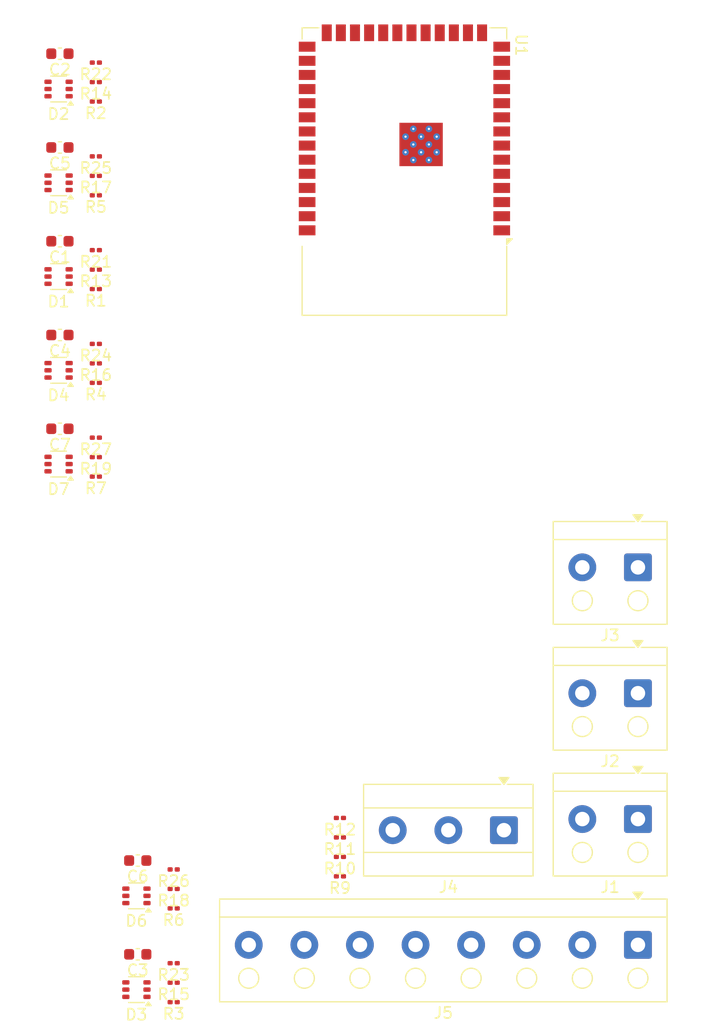
<source format=kicad_pcb>
(kicad_pcb (version 20241229) (generator "pcbnew") (generator_version "9.0")
  (layers (0 "F.Cu" signal) (2 "B.Cu" signal) (13 "F.Paste" user) (15 "B.Paste" user) (5 "F.SilkS" user "F.Silkscreen") (7 "B.SilkS" user "B.Silkscreen") (1 "F.Mask" user) (3 "B.Mask" user) (25 "Edge.Cuts" user))
  (net 0 "")
  (net 1 "GND")
  (net 2 "/board_principal/IMPUT_DIGITAL/OUT")
  (net 3 "/board_principal/IMPUT_DIGITAL1/OUT")
  (net 4 "/board_principal/IMPUT_DIGITAL2/OUT")
  (net 5 "/board_principal/IMPUT_DIGITAL3/OUT")
  (net 6 "/board_principal/IMPUT_DIGITAL4/OUT")
  (net 7 "/board_principal/IMPUT_DIGITAL5/OUT")
  (net 8 "/board_principal/IMPUT_DIGITAL6/OUT")
  (net 9 "/board_principal/LAMP-")
  (net 10 "/board_principal/LAMP+")
  (net 11 "/MA_POWER")
  (net 12 "/MC_POWER")
  (net 13 "VCC")
  (net 14 "/board_principal/RS-485-")
  (net 15 "/board_principal/RS-485+")
  (net 16 "/board_principal/BA")
  (net 17 "/board_principal/B_STOP")
  (net 18 "/board_principal/PP")
  (net 19 "/board_principal/LSA")
  (net 20 "/board_principal/BC")
  (net 21 "/board_principal/LSC")
  (net 22 "/board_principal/FTC")
  (net 23 "/board_principal/IMPUT_DIGITAL/IN")
  (net 24 "+3.3V")
  (net 25 "/board_principal/IMPUT_DIGITAL1/IN")
  (net 26 "/board_principal/DIP1")
  (net 27 "/board_principal/DIP2")
  (net 28 "/board_principal/DIP3")
  (net 29 "/board_principal/DIP4")
  (footprint "Resistor_SMD:R_0201_0603Metric" (layer "F.Cu") (at 112.40007 96.617767 180)
    (property "Reference" "R13" (at 0 -1.05 0) (layer "F.SilkS"))
    (property "Value" "100")
    (pad "1" smd roundrect (at -0.32 0 180) (size 0.46 0.4) (layers "F.Cu" "F.Mask") (net 2 "/board_principal/IMPUT_DIGITAL/OUT"))
    (pad "2" smd roundrect (at 0.32 0 180) (size 0.46 0.4) (layers "F.Cu" "F.Mask") (net 23 "/board_principal/IMPUT_DIGITAL/IN"))
  )
  (footprint "Resistor_SMD:R_0201_0603Metric" (layer "F.Cu") (at 112.40007 111.727767 180)
    (property "Reference" "R27" (at 0 -1.05 0) (layer "F.SilkS"))
    (property "Value" "10k")
    (pad "1" smd roundrect (at -0.32 0 180) (size 0.46 0.4) (layers "F.Cu" "F.Mask") (net 8 "/board_principal/IMPUT_DIGITAL6/OUT"))
    (pad "2" smd roundrect (at 0.32 0 180) (size 0.46 0.4) (layers "F.Cu" "F.Mask") (net 1 "GND"))
  )
  (footprint "Package_TO_SOT_SMD:SOT-363_SC-70-6" (layer "F.Cu") (at 109.05007 114.102767 180)
    (property "Reference" "D7" (at 0 -2.25 0) (layer "F.SilkS"))
    (property "Value" "PESD3V3L5UY")
    (fp_line (start -0.7 1.16) (end 0.7 1.16) (stroke (width 0.12)) (layer "F.SilkS"))
    (fp_line (start -0.71 -1.16) (end 0.7 -1.16) (stroke (width 0.12)) (layer "F.SilkS"))
    (fp_poly (pts (xy -1.08 -1.11) (xy -1.32 -1.44) (xy -0.84 -1.44) (xy -1.08 -1.11)) (stroke (width 0.12)) (fill yes) (layer "F.SilkS"))
    (pad "1" smd roundrect (at -0.95 -0.65 180) (size 0.65 0.4) (layers "F.Cu" "F.Mask" "F.Paste") (net 8 "/board_principal/IMPUT_DIGITAL6/OUT"))
    (pad "2" smd roundrect (at -0.95 0 180) (size 0.65 0.4) (layers "F.Cu" "F.Mask" "F.Paste") (net 1 "GND"))
    (pad "3" smd roundrect (at -0.95 0.65 180) (size 0.65 0.4) (layers "F.Cu" "F.Mask" "F.Paste"))
    (pad "4" smd roundrect (at 0.95 0.65 180) (size 0.65 0.4) (layers "F.Cu" "F.Mask" "F.Paste"))
    (pad "5" smd roundrect (at 0.95 0 180) (size 0.65 0.4) (layers "F.Cu" "F.Mask" "F.Paste"))
    (pad "6" smd roundrect (at 0.95 -0.65 180) (size 0.65 0.4) (layers "F.Cu" "F.Mask" "F.Paste"))
  )
  (footprint "Resistor_SMD:R_0201_0603Metric" (layer "F.Cu") (at 112.40007 89.937767 180)
    (property "Reference" "R5" (at 0 -1.05 0) (layer "F.SilkS"))
    (property "Value" "10k")
    (pad "1" smd roundrect (at -0.32 0 180) (size 0.46 0.4) (layers "F.Cu" "F.Mask") (net 24 "+3.3V"))
    (pad "2" smd roundrect (at 0.32 0 180) (size 0.46 0.4) (layers "F.Cu" "F.Mask") (net 20 "/board_principal/BC"))
  )
  (footprint "Capacitor_SMD:C_0603_1608Metric" (layer "F.Cu") (at 109.17007 102.497767 180)
    (property "Reference" "C4" (at 0 -1.43 0) (layer "F.SilkS"))
    (property "Value" "100nF")
    (fp_line (start -0.14058 0.51) (end 0.14058 0.51) (stroke (width 0.12)) (layer "F.SilkS"))
    (fp_line (start -0.14058 -0.51) (end 0.14058 -0.51) (stroke (width 0.12)) (layer "F.SilkS"))
    (pad "1" smd roundrect (at -0.775 0 180) (size 0.9 0.95) (layers "F.Cu" "F.Mask" "F.Paste") (net 5 "/board_principal/IMPUT_DIGITAL3/OUT"))
    (pad "2" smd roundrect (at 0.775 0 180) (size 0.9 0.95) (layers "F.Cu" "F.Mask" "F.Paste") (net 1 "GND"))
  )
  (footprint "Package_TO_SOT_SMD:SOT-363_SC-70-6" (layer "F.Cu") (at 109.05007 80.382767 180)
    (property "Reference" "D2" (at 0 -2.25 0) (layer "F.SilkS"))
    (property "Value" "PESD3V3L5UY")
    (fp_line (start -0.7 1.16) (end 0.7 1.16) (stroke (width 0.12)) (layer "F.SilkS"))
    (fp_line (start -0.71 -1.16) (end 0.7 -1.16) (stroke (width 0.12)) (layer "F.SilkS"))
    (fp_poly (pts (xy -1.08 -1.11) (xy -1.32 -1.44) (xy -0.84 -1.44) (xy -1.08 -1.11)) (stroke (width 0.12)) (fill yes) (layer "F.SilkS"))
    (pad "1" smd roundrect (at -0.95 -0.65 180) (size 0.65 0.4) (layers "F.Cu" "F.Mask" "F.Paste") (net 3 "/board_principal/IMPUT_DIGITAL1/OUT"))
    (pad "2" smd roundrect (at -0.95 0 180) (size 0.65 0.4) (layers "F.Cu" "F.Mask" "F.Paste") (net 1 "GND"))
    (pad "3" smd roundrect (at -0.95 0.65 180) (size 0.65 0.4) (layers "F.Cu" "F.Mask" "F.Paste"))
    (pad "4" smd roundrect (at 0.95 0.65 180) (size 0.65 0.4) (layers "F.Cu" "F.Mask" "F.Paste"))
    (pad "5" smd roundrect (at 0.95 0 180) (size 0.65 0.4) (layers "F.Cu" "F.Mask" "F.Paste"))
    (pad "6" smd roundrect (at 0.95 -0.65 180) (size 0.65 0.4) (layers "F.Cu" "F.Mask" "F.Paste"))
  )
  (footprint "RF_Module:ESP32-S3-WROOM-1" (layer "F.Cu") (at 140.15007 87.827767 180)
    (property "Reference" "U1" (at -10.5 11.4 270) (layer "F.SilkS"))
    (property "Value" "ESP32-S3-WROOM-1")
    (fp_line (start 9.2 12.95) (end 9.2 11.95) (stroke (width 0.12)) (layer "F.SilkS"))
    (fp_line (start 9.2 12.95) (end 7.7 12.95) (stroke (width 0.12)) (layer "F.SilkS"))
    (fp_line (start 9.2 -12.9) (end 9.2 -6.7) (stroke (width 0.12)) (layer "F.SilkS"))
    (fp_line (start -9.2 12.95) (end -7.7 12.95) (stroke (width 0.12)) (layer "F.SilkS"))
    (fp_line (start -9.2 11.95) (end -9.2 12.95) (stroke (width 0.12)) (layer "F.SilkS"))
    (fp_line (start -9.2 -12.9) (end 9.2 -12.9) (stroke (width 0.12)) (layer "F.SilkS"))
    (fp_line (start -9.2 -12.9) (end -9.2 -6.7) (stroke (width 0.12)) (layer "F.SilkS"))
    (fp_poly (pts (xy -9.2 -6.025) (xy -9.7 -6.025) (xy -9.2 -6.525) (xy -9.2 -6.025)) (stroke (width 0.12)) (fill yes) (layer "F.SilkS"))
    (pad "1" smd rect (at -8.75 -5.26 180) (size 1.5 0.9) (layers "F.Cu" "F.Mask" "F.Paste") (net 1 "GND"))
    (pad "2" smd rect (at -8.75 -3.99 180) (size 1.5 0.9) (layers "F.Cu" "F.Mask" "F.Paste") (net 24 "+3.3V"))
    (pad "3" smd rect (at -8.75 -2.72 180) (size 1.5 0.9) (layers "F.Cu" "F.Mask" "F.Paste"))
    (pad "4" smd rect (at -8.75 -1.45 180) (size 1.5 0.9) (layers "F.Cu" "F.Mask" "F.Paste"))
    (pad "5" smd rect (at -8.75 -0.18 180) (size 1.5 0.9) (layers "F.Cu" "F.Mask" "F.Paste"))
    (pad "6" smd rect (at -8.75 1.09 180) (size 1.5 0.9) (layers "F.Cu" "F.Mask" "F.Paste"))
    (pad "7" smd rect (at -8.75 2.36 180) (size 1.5 0.9) (layers "F.Cu" "F.Mask" "F.Paste"))
    (pad "8" smd rect (at -8.75 3.63 180) (size 1.5 0.9) (layers "F.Cu" "F.Mask" "F.Paste"))
    (pad "9" smd rect (at -8.75 4.9 180) (size 1.5 0.9) (layers "F.Cu" "F.Mask" "F.Paste"))
    (pad "10" smd rect (at -8.75 6.17 180) (size 1.5 0.9) (layers "F.Cu" "F.Mask" "F.Paste"))
    (pad "11" smd rect (at -8.75 7.44 180) (size 1.5 0.9) (layers "F.Cu" "F.Mask" "F.Paste"))
    (pad "12" smd rect (at -8.75 8.71 180) (size 1.5 0.9) (layers "F.Cu" "F.Mask" "F.Paste"))
    (pad "13" smd rect (at -8.75 9.98 180) (size 1.5 0.9) (layers "F.Cu" "F.Mask" "F.Paste"))
    (pad "14" smd rect (at -8.75 11.25) (size 1.5 0.9) (layers "F.Cu" "F.Mask" "F.Paste"))
    (pad "15" smd rect (at -6.985 12.5 90) (size 1.5 0.9) (layers "F.Cu" "F.Mask" "F.Paste"))
    (pad "16" smd rect (at -5.715 12.5 90) (size 1.5 0.9) (layers "F.Cu" "F.Mask" "F.Paste"))
    (pad "17" smd rect (at -4.445 12.5 90) (size 1.5 0.9) (layers "F.Cu" "F.Mask" "F.Paste"))
    (pad "18" smd rect (at -3.175 12.5 90) (size 1.5 0.9) (layers "F.Cu" "F.Mask" "F.Paste"))
    (pad "19" smd rect (at -1.905 12.5 90) (size 1.5 0.9) (layers "F.Cu" "F.Mask" "F.Paste"))
    (pad "20" smd rect (at -0.635 12.5 90) (size 1.5 0.9) (layers "F.Cu" "F.Mask" "F.Paste"))
    (pad "21" smd rect (at 0.635 12.5 90) (size 1.5 0.9) (layers "F.Cu" "F.Mask" "F.Paste"))
    (pad "22" smd rect (at 1.905 12.5 90) (size 1.5 0.9) (layers "F.Cu" "F.Mask" "F.Paste"))
    (pad "23" smd rect (at 3.175 12.5 90) (size 1.5 0.9) (layers "F.Cu" "F.Mask" "F.Paste"))
    (pad "24" smd rect (at 4.445 12.5 90) (size 1.5 0.9) (layers "F.Cu" "F.Mask" "F.Paste"))
    (pad "25" smd rect (at 5.715 12.5 90) (size 1.5 0.9) (layers "F.Cu" "F.Mask" "F.Paste"))
    (pad "26" smd rect (at 6.985 12.5 90) (size 1.5 0.9) (layers "F.Cu" "F.Mask" "F.Paste"))
    (pad "27" smd rect (at 8.75 11.25 180) (size 1.5 0.9) (layers "F.Cu" "F.Mask" "F.Paste"))
    (pad "28" smd rect (at 8.75 9.98 180) (size 1.5 0.9) (layers "F.Cu" "F.Mask" "F.Paste"))
    (pad "29" smd rect (at 8.75 8.71 180) (size 1.5 0.9) (layers "F.Cu" "F.Mask" "F.Paste"))
    (pad "30" smd rect (at 8.75 7.44 180) (size 1.5 0.9) (layers "F.Cu" "F.Mask" "F.Paste"))
    (pad "31" smd rect (at 8.75 6.17 180) (size 1.5 0.9) (layers "F.Cu" "F.Mask" "F.Paste"))
    (pad "32" smd rect (at 8.75 4.9 180) (size 1.5 0.9) (layers "F.Cu" "F.Mask" "F.Paste"))
    (pad "33" smd rect (at 8.75 3.63 180) (size 1.5 0.9) (layers "F.Cu" "F.Mask" "F.Paste"))
    (pad "34" smd rect (at 8.75 2.36 180) (size 1.5 0.9) (layers "F.Cu" "F.Mask" "F.Paste"))
    (pad "35" smd rect (at 8.75 1.09 180) (size 1.5 0.9) (layers "F.Cu" "F.Mask" "F.Paste"))
    (pad "36" smd rect (at 8.75 -0.18 180) (size 1.5 0.9) (layers "F.Cu" "F.Mask" "F.Paste"))
    (pad "37" smd rect (at 8.75 -1.45 180) (size 1.5 0.9) (layers "F.Cu" "F.Mask" "F.Paste"))
    (pad "38" smd rect (at 8.75 -2.72 180) (size 1.5 0.9) (layers "F.Cu" "F.Mask" "F.Paste"))
    (pad "39" smd rect (at 8.75 -3.99 180) (size 1.5 0.9) (layers "F.Cu" "F.Mask" "F.Paste"))
    (pad "40" smd rect (at 8.75 -5.26 180) (size 1.5 0.9) (layers "F.Cu" "F.Mask" "F.Paste") (net 1 "GND"))
    (pad "41" thru_hole circle (at -2.9 1.76 270) (size 0.6 0.6) (drill 0.2) (property pad_prop_heatsink) (layers "*.Cu" "F.Mask") (net 1 "GND"))
    (pad "41" thru_hole circle (at -2.9 3.16 180) (size 0.6 0.6) (drill 0.2) (property pad_prop_heatsink) (layers "*.Cu" "F.Mask") (net 1 "GND"))
    (pad "41" thru_hole circle (at -2.2 1.06 180) (size 0.6 0.6) (drill 0.2) (property pad_prop_heatsink) (layers "*.Cu" "F.Mask") (net 1 "GND"))
    (pad "41" thru_hole circle (at -2.2 2.46 180) (size 0.6 0.6) (drill 0.2) (property pad_prop_heatsink) (layers "*.Cu" "F.Mask") (net 1 "GND"))
    (pad "41" thru_hole circle (at -2.2 3.86 180) (size 0.6 0.6) (drill 0.2) (property pad_prop_heatsink) (layers "*.Cu" "F.Mask") (net 1 "GND"))
    (pad "41" thru_hole circle (at -1.5 1.76 180) (size 0.6 0.6) (drill 0.2) (property pad_prop_heatsink) (layers "*.Cu" "F.Mask") (net 1 "GND"))
    (pad "41" smd rect (at -1.5 2.46 90) (size 3.9 3.9) (property pad_prop_heatsink) (layers "F.Cu" "F.Mask") (net 1 "GND"))
    (pad "41" thru_hole circle (at -1.5 3.16 180) (size 0.6 0.6) (drill 0.2) (property pad_prop_heatsink) (layers "*.Cu" "F.Mask") (net 1 "GND"))
    (pad "41" thru_hole circle (at -0.8 1.06 180) (size 0.6 0.6) (drill 0.2) (property pad_prop_heatsink) (layers "*.Cu" "F.Mask") (net 1 "GND"))
    (pad "41" thru_hole circle (at -0.8 2.46 180) (size 0.6 0.6) (drill 0.2) (property pad_prop_heatsink) (layers "*.Cu" "F.Mask") (net 1 "GND"))
    (pad "41" thru_hole circle (at -0.8 3.86 180) (size 0.6 0.6) (drill 0.2) (property pad_prop_heatsink) (layers "*.Cu" "F.Mask") (net 1 "GND"))
    (pad "41" thru_hole circle (at -0.1 1.76 180) (size 0.6 0.6) (drill 0.2) (property pad_prop_heatsink) (layers "*.Cu" "F.Mask") (net 1 "GND"))
    (pad "41" thru_hole circle (at -0.1 3.16 180) (size 0.6 0.6) (drill 0.2) (property pad_prop_heatsink) (layers "*.Cu" "F.Mask") (net 1 "GND"))
  )
  (footprint "Resistor_SMD:R_0201_0603Metric" (layer "F.Cu") (at 119.40007 160.727767 180)
    (property "Reference" "R15" (at 0 -1.05 0) (layer "F.SilkS"))
    (property "Value" "100")
    (pad "1" smd roundrect (at -0.32 0 180) (size 0.46 0.4) (layers "F.Cu" "F.Mask") (net 4 "/board_principal/IMPUT_DIGITAL2/OUT"))
    (pad "2" smd roundrect (at 0.32 0 180) (size 0.46 0.4) (layers "F.Cu" "F.Mask") (net 18 "/board_principal/PP"))
  )
  (footprint "Resistor_SMD:R_0201_0603Metric" (layer "F.Cu") (at 112.40007 88.187767 180)
    (property "Reference" "R17" (at 0 -1.05 0) (layer "F.SilkS"))
    (property "Value" "100")
    (pad "1" smd roundrect (at -0.32 0 180) (size 0.46 0.4) (layers "F.Cu" "F.Mask") (net 6 "/board_principal/IMPUT_DIGITAL4/OUT"))
    (pad "2" smd roundrect (at 0.32 0 180) (size 0.46 0.4) (layers "F.Cu" "F.Mask") (net 20 "/board_principal/BC"))
  )
  (footprint "TerminalBlock_RND:TerminalBlock_RND_205-00001_1x02_P5.00mm_Horizontal" (layer "F.Cu") (at 161.15007 134.702767 180)
    (property "Reference" "J2" (at 2.5 -6.12 0) (layer "F.SilkS"))
    (property "Value" "Screw_Terminal_01x02")
    (fp_line (start 7.62 -5.12) (end 7.62 4.12) (stroke (width 0.12)) (layer "F.SilkS"))
    (fp_line (start 0.3 4.12) (end 7.62 4.12) (stroke (width 0.12)) (layer "F.SilkS"))
    (fp_line (start -2.62 4.12) (end -0.3 4.12) (stroke (width 0.12)) (layer "F.SilkS"))
    (fp_line (start -2.62 2.5) (end 7.62 2.5) (stroke (width 0.12)) (layer "F.SilkS"))
    (fp_line (start -2.62 -5.12) (end 7.62 -5.12) (stroke (width 0.12)) (layer "F.SilkS"))
    (fp_line (start -2.62 -5.12) (end -2.62 4.12) (stroke (width 0.12)) (layer "F.SilkS"))
    (fp_circle (center 5 -3) (end 5.9 -3) (stroke (width 0.12)) (fill no) (layer "F.SilkS"))
    (fp_circle (center 0 -3) (end 0.9 -3) (stroke (width 0.12)) (fill no) (layer "F.SilkS"))
    (fp_poly (pts (xy 0 4.12) (xy 0.44 4.73) (xy -0.44 4.73)) (stroke (width 0.12)) (fill yes) (layer "F.SilkS"))
    (pad "1" thru_hole roundrect (at 0 0 180) (size 2.5 2.5) (drill 1.3) (layers "*.Cu" "*.Mask") (roundrect_rratio 0.1) (net 11 "/MA_POWER"))
    (pad "2" thru_hole circle (at 5 0 180) (size 2.5 2.5) (drill 1.3) (layers "*.Cu" "*.Mask") (net 12 "/MC_POWER"))
  )
  (footprint "Package_TO_SOT_SMD:SOT-363_SC-70-6" (layer "F.Cu") (at 116.05007 152.922767 180)
    (property "Reference" "D6" (at 0 -2.25 0) (layer "F.SilkS"))
    (property "Value" "PESD3V3L5UY")
    (fp_line (start -0.7 1.16) (end 0.7 1.16) (stroke (width 0.12)) (layer "F.SilkS"))
    (fp_line (start -0.71 -1.16) (end 0.7 -1.16) (stroke (width 0.12)) (layer "F.SilkS"))
    (fp_poly (pts (xy -1.08 -1.11) (xy -1.32 -1.44) (xy -0.84 -1.44) (xy -1.08 -1.11)) (stroke (width 0.12)) (fill yes) (layer "F.SilkS"))
    (pad "1" smd roundrect (at -0.95 -0.65 180) (size 0.65 0.4) (layers "F.Cu" "F.Mask" "F.Paste") (net 7 "/board_principal/IMPUT_DIGITAL5/OUT"))
    (pad "2" smd roundrect (at -0.95 0 180) (size 0.65 0.4) (layers "F.Cu" "F.Mask" "F.Paste") (net 1 "GND"))
    (pad "3" smd roundrect (at -0.95 0.65 180) (size 0.65 0.4) (layers "F.Cu" "F.Mask" "F.Paste"))
    (pad "4" smd roundrect (at 0.95 0.65 180) (size 0.65 0.4) (layers "F.Cu" "F.Mask" "F.Paste"))
    (pad "5" smd roundrect (at 0.95 0 180) (size 0.65 0.4) (layers "F.Cu" "F.Mask" "F.Paste"))
    (pad "6" smd roundrect (at 0.95 -0.65 180) (size 0.65 0.4) (layers "F.Cu" "F.Mask" "F.Paste"))
  )
  (footprint "Package_TO_SOT_SMD:SOT-363_SC-70-6" (layer "F.Cu") (at 109.05007 105.672767 180)
    (property "Reference" "D4" (at 0 -2.25 0) (layer "F.SilkS"))
    (property "Value" "PESD3V3L5UY")
    (fp_line (start -0.7 1.16) (end 0.7 1.16) (stroke (width 0.12)) (layer "F.SilkS"))
    (fp_line (start -0.71 -1.16) (end 0.7 -1.16) (stroke (width 0.12)) (layer "F.SilkS"))
    (fp_poly (pts (xy -1.08 -1.11) (xy -1.32 -1.44) (xy -0.84 -1.44) (xy -1.08 -1.11)) (stroke (width 0.12)) (fill yes) (layer "F.SilkS"))
    (pad "1" smd roundrect (at -0.95 -0.65 180) (size 0.65 0.4) (layers "F.Cu" "F.Mask" "F.Paste") (net 5 "/board_principal/IMPUT_DIGITAL3/OUT"))
    (pad "2" smd roundrect (at -0.95 0 180) (size 0.65 0.4) (layers "F.Cu" "F.Mask" "F.Paste") (net 1 "GND"))
    (pad "3" smd roundrect (at -0.95 0.65 180) (size 0.65 0.4) (layers "F.Cu" "F.Mask" "F.Paste"))
    (pad "4" smd roundrect (at 0.95 0.65 180) (size 0.65 0.4) (layers "F.Cu" "F.Mask" "F.Paste"))
    (pad "5" smd roundrect (at 0.95 0 180) (size 0.65 0.4) (layers "F.Cu" "F.Mask" "F.Paste"))
    (pad "6" smd roundrect (at 0.95 -0.65 180) (size 0.65 0.4) (layers "F.Cu" "F.Mask" "F.Paste"))
  )
  (footprint "Package_TO_SOT_SMD:SOT-363_SC-70-6" (layer "F.Cu") (at 109.05007 88.812767 180)
    (property "Reference" "D5" (at 0 -2.25 0) (layer "F.SilkS"))
    (property "Value" "PESD3V3L5UY")
    (fp_line (start -0.7 1.16) (end 0.7 1.16) (stroke (width 0.12)) (layer "F.SilkS"))
    (fp_line (start -0.71 -1.16) (end 0.7 -1.16) (stroke (width 0.12)) (layer "F.SilkS"))
    (fp_poly (pts (xy -1.08 -1.11) (xy -1.32 -1.44) (xy -0.84 -1.44) (xy -1.08 -1.11)) (stroke (width 0.12)) (fill yes) (layer "F.SilkS"))
    (pad "1" smd roundrect (at -0.95 -0.65 180) (size 0.65 0.4) (layers "F.Cu" "F.Mask" "F.Paste") (net 6 "/board_principal/IMPUT_DIGITAL4/OUT"))
    (pad "2" smd roundrect (at -0.95 0 180) (size 0.65 0.4) (layers "F.Cu" "F.Mask" "F.Paste") (net 1 "GND"))
    (pad "3" smd roundrect (at -0.95 0.65 180) (size 0.65 0.4) (layers "F.Cu" "F.Mask" "F.Paste"))
    (pad "4" smd roundrect (at 0.95 0.65 180) (size 0.65 0.4) (layers "F.Cu" "F.Mask" "F.Paste"))
    (pad "5" smd roundrect (at 0.95 0 180) (size 0.65 0.4) (layers "F.Cu" "F.Mask" "F.Paste"))
    (pad "6" smd roundrect (at 0.95 -0.65 180) (size 0.65 0.4) (layers "F.Cu" "F.Mask" "F.Paste"))
  )
  (footprint "Resistor_SMD:R_0201_0603Metric" (layer "F.Cu") (at 134.35007 149.417767 180)
    (property "Reference" "R10" (at 0 -1.05 0) (layer "F.SilkS"))
    (property "Value" "22K")
    (pad "1" smd roundrect (at -0.32 0 180) (size 0.46 0.4) (layers "F.Cu" "F.Mask") (net 24 "+3.3V"))
    (pad "2" smd roundrect (at 0.32 0 180) (size 0.46 0.4) (layers "F.Cu" "F.Mask") (net 27 "/board_principal/DIP2"))
  )
  (footprint "Resistor_SMD:R_0201_0603Metric" (layer "F.Cu") (at 112.40007 79.757767 180)
    (property "Reference" "R14" (at 0 -1.05 0) (layer "F.SilkS"))
    (property "Value" "100")
    (pad "1" smd roundrect (at -0.32 0 180) (size 0.46 0.4) (layers "F.Cu" "F.Mask") (net 3 "/board_principal/IMPUT_DIGITAL1/OUT"))
    (pad "2" smd roundrect (at 0.32 0 180) (size 0.46 0.4) (layers "F.Cu" "F.Mask") (net 25 "/board_principal/IMPUT_DIGITAL1/IN"))
  )
  (footprint "Resistor_SMD:R_0201_0603Metric" (layer "F.Cu") (at 112.40007 103.297767 180)
    (property "Reference" "R24" (at 0 -1.05 0) (layer "F.SilkS"))
    (property "Value" "10k")
    (pad "1" smd roundrect (at -0.32 0 180) (size 0.46 0.4) (layers "F.Cu" "F.Mask") (net 5 "/board_principal/IMPUT_DIGITAL3/OUT"))
    (pad "2" smd roundrect (at 0.32 0 180) (size 0.46 0.4) (layers "F.Cu" "F.Mask") (net 1 "GND"))
  )
  (footprint "Resistor_SMD:R_0201_0603Metric" (layer "F.Cu") (at 119.40007 162.477767 180)
    (property "Reference" "R3" (at 0 -1.05 0) (layer "F.SilkS"))
    (property "Value" "10k")
    (pad "1" smd roundrect (at -0.32 0 180) (size 0.46 0.4) (layers "F.Cu" "F.Mask") (net 24 "+3.3V"))
    (pad "2" smd roundrect (at 0.32 0 180) (size 0.46 0.4) (layers "F.Cu" "F.Mask") (net 18 "/board_principal/PP"))
  )
  (footprint "Capacitor_SMD:C_0603_1608Metric" (layer "F.Cu") (at 109.17007 110.927767 180)
    (property "Reference" "C7" (at 0 -1.43 0) (layer "F.SilkS"))
    (property "Value" "100nF")
    (fp_line (start -0.14058 0.51) (end 0.14058 0.51) (stroke (width 0.12)) (layer "F.SilkS"))
    (fp_line (start -0.14058 -0.51) (end 0.14058 -0.51) (stroke (width 0.12)) (layer "F.SilkS"))
    (pad "1" smd roundrect (at -0.775 0 180) (size 0.9 0.95) (layers "F.Cu" "F.Mask" "F.Paste") (net 8 "/board_principal/IMPUT_DIGITAL6/OUT"))
    (pad "2" smd roundrect (at 0.775 0 180) (size 0.9 0.95) (layers "F.Cu" "F.Mask" "F.Paste") (net 1 "GND"))
  )
  (footprint "Resistor_SMD:R_0201_0603Metric" (layer "F.Cu") (at 134.35007 151.167767 180)
    (property "Reference" "R9" (at 0 -1.05 0) (layer "F.SilkS"))
    (property "Value" "22K")
    (pad "1" smd roundrect (at -0.32 0 180) (size 0.46 0.4) (layers "F.Cu" "F.Mask") (net 24 "+3.3V"))
    (pad "2" smd roundrect (at 0.32 0 180) (size 0.46 0.4) (layers "F.Cu" "F.Mask") (net 26 "/board_principal/DIP1"))
  )
  (footprint "Capacitor_SMD:C_0603_1608Metric" (layer "F.Cu") (at 109.17007 85.637767 180)
    (property "Reference" "C5" (at 0 -1.43 0) (layer "F.SilkS"))
    (property "Value" "100nF")
    (fp_line (start -0.14058 0.51) (end 0.14058 0.51) (stroke (width 0.12)) (layer "F.SilkS"))
    (fp_line (start -0.14058 -0.51) (end 0.14058 -0.51) (stroke (width 0.12)) (layer "F.SilkS"))
    (pad "1" smd roundrect (at -0.775 0 180) (size 0.9 0.95) (layers "F.Cu" "F.Mask" "F.Paste") (net 6 "/board_principal/IMPUT_DIGITAL4/OUT"))
    (pad "2" smd roundrect (at 0.775 0 180) (size 0.9 0.95) (layers "F.Cu" "F.Mask" "F.Paste") (net 1 "GND"))
  )
  (footprint "Resistor_SMD:R_0201_0603Metric" (layer "F.Cu") (at 134.35007 145.917767 180)
    (property "Reference" "R12" (at 0 -1.05 0) (layer "F.SilkS"))
    (property "Value" "22K")
    (pad "1" smd roundrect (at -0.32 0 180) (size 0.46 0.4) (layers "F.Cu" "F.Mask") (net 24 "+3.3V"))
    (pad "2" smd roundrect (at 0.32 0 180) (size 0.46 0.4) (layers "F.Cu" "F.Mask") (net 29 "/board_principal/DIP4"))
  )
  (footprint "Capacitor_SMD:C_0603_1608Metric" (layer "F.Cu") (at 109.17007 77.207767 180)
    (property "Reference" "C2" (at 0 -1.43 0) (layer "F.SilkS"))
    (property "Value" "100nF")
    (fp_line (start -0.14058 0.51) (end 0.14058 0.51) (stroke (width 0.12)) (layer "F.SilkS"))
    (fp_line (start -0.14058 -0.51) (end 0.14058 -0.51) (stroke (width 0.12)) (layer "F.SilkS"))
    (pad "1" smd roundrect (at -0.775 0 180) (size 0.9 0.95) (layers "F.Cu" "F.Mask" "F.Paste") (net 3 "/board_principal/IMPUT_DIGITAL1/OUT"))
    (pad "2" smd roundrect (at 0.775 0 180) (size 0.9 0.95) (layers "F.Cu" "F.Mask" "F.Paste") (net 1 "GND"))
  )
  (footprint "TerminalBlock_MetzConnect:TerminalBlock_MetzConnect_Type055_RT01503HDWU_1x03_P5.00mm_Horizontal" (layer "F.Cu") (at 149.10007 147.017767 180)
    (property "Reference" "J4" (at 5 -5.12 0) (layer "F.SilkS"))
    (property "Value" "Screw_Terminal_01x03")
    (fp_line (start 12.62 -4.12) (end 12.62 4.12) (stroke (width 0.12)) (layer "F.SilkS"))
    (fp_line (start 0.3 4.12) (end 12.62 4.12) (stroke (width 0.12)) (layer "F.SilkS"))
    (fp_line (start -2.62 4.12) (end -0.3 4.12) (stroke (width 0.12)) (layer "F.SilkS"))
    (fp_line (start -2.62 2) (end 12.62 2) (stroke (width 0.12)) (layer "F.SilkS"))
    (fp_line (start -2.62 -2) (end 12.62 -2) (stroke (width 0.12)) (layer "F.SilkS"))
    (fp_line (start -2.62 -4.12) (end 12.62 -4.12) (stroke (width 0.12)) (layer "F.SilkS"))
    (fp_line (start -2.62 -4.12) (end -2.62 4.12) (stroke (width 0.12)) (layer "F.SilkS"))
    (fp_poly (pts (xy 0 4.12) (xy 0.44 4.73) (xy -0.44 4.73)) (stroke (width 0.12)) (fill yes) (layer "F.SilkS"))
    (pad "1" thru_hole roundrect (at 0 0 180) (size 2.5 2.5) (drill 1.3) (layers "*.Cu" "*.Mask") (roundrect_rratio 0.1) (net 15 "/board_principal/RS-485+"))
    (pad "2" thru_hole circle (at 5 0 180) (size 2.5 2.5) (drill 1.3) (layers "*.Cu" "*.Mask") (net 1 "GND"))
    (pad "3" thru_hole circle (at 10 0 180) (size 2.5 2.5) (drill 1.3) (layers "*.Cu" "*.Mask") (net 14 "/board_principal/RS-485-"))
  )
  (footprint "Resistor_SMD:R_0201_0603Metric" (layer "F.Cu") (at 112.40007 94.867767 180)
    (property "Reference" "R21" (at 0 -1.05 0) (layer "F.SilkS"))
    (property "Value" "10k")
    (pad "1" smd roundrect (at -0.32 0 180) (size 0.46 0.4) (layers "F.Cu" "F.Mask") (net 2 "/board_principal/IMPUT_DIGITAL/OUT"))
    (pad "2" smd roundrect (at 0.32 0 180) (size 0.46 0.4) (layers "F.Cu" "F.Mask") (net 1 "GND"))
  )
  (footprint "Capacitor_SMD:C_0603_1608Metric" (layer "F.Cu") (at 116.17007 149.747767 180)
    (property "Reference" "C6" (at 0 -1.43 0) (layer "F.SilkS"))
    (property "Value" "100nF")
    (fp_line (start -0.14058 0.51) (end 0.14058 0.51) (stroke (width 0.12)) (layer "F.SilkS"))
    (fp_line (start -0.14058 -0.51) (end 0.14058 -0.51) (stroke (width 0.12)) (layer "F.SilkS"))
    (pad "1" smd roundrect (at -0.775 0 180) (size 0.9 0.95) (layers "F.Cu" "F.Mask" "F.Paste") (net 7 "/board_principal/IMPUT_DIGITAL5/OUT"))
    (pad "2" smd roundrect (at 0.775 0 180) (size 0.9 0.95) (layers "F.Cu" "F.Mask" "F.Paste") (net 1 "GND"))
  )
  (footprint "Capacitor_SMD:C_0603_1608Metric" (layer "F.Cu") (at 116.17007 158.177767 180)
    (property "Reference" "C3" (at 0 -1.43 0) (layer "F.SilkS"))
    (property "Value" "100nF")
    (fp_line (start -0.14058 0.51) (end 0.14058 0.51) (stroke (width 0.12)) (layer "F.SilkS"))
    (fp_line (start -0.14058 -0.51) (end 0.14058 -0.51) (stroke (width 0.12)) (layer "F.SilkS"))
    (pad "1" smd roundrect (at -0.775 0 180) (size 0.9 0.95) (layers "F.Cu" "F.Mask" "F.Paste") (net 4 "/board_principal/IMPUT_DIGITAL2/OUT"))
    (pad "2" smd roundrect (at 0.775 0 180) (size 0.9 0.95) (layers "F.Cu" "F.Mask" "F.Paste") (net 1 "GND"))
  )
  (footprint "Resistor_SMD:R_0201_0603Metric" (layer "F.Cu") (at 119.40007 154.047767 180)
    (property "Reference" "R6" (at 0 -1.05 0) (layer "F.SilkS"))
    (property "Value" "10k")
    (pad "1" smd roundrect (at -0.32 0 180) (size 0.46 0.4) (layers "F.Cu" "F.Mask") (net 24 "+3.3V"))
    (pad "2" smd roundrect (at 0.32 0 180) (size 0.46 0.4) (layers "F.Cu" "F.Mask") (net 17 "/board_principal/B_STOP"))
  )
  (footprint "Resistor_SMD:R_0201_0603Metric" (layer "F.Cu") (at 112.40007 105.047767 180)
    (property "Reference" "R16" (at 0 -1.05 0) (layer "F.SilkS"))
    (property "Value" "100")
    (pad "1" smd roundrect (at -0.32 0 180) (size 0.46 0.4) (layers "F.Cu" "F.Mask") (net 5 "/board_principal/IMPUT_DIGITAL3/OUT"))
    (pad "2" smd roundrect (at 0.32 0 180) (size 0.46 0.4) (layers "F.Cu" "F.Mask") (net 16 "/board_principal/BA"))
  )
  (footprint "Resistor_SMD:R_0201_0603Metric" (layer "F.Cu") (at 134.35007 147.667767 180)
    (property "Reference" "R11" (at 0 -1.05 0) (layer "F.SilkS"))
    (property "Value" "22K")
    (pad "1" smd roundrect (at -0.32 0 180) (size 0.46 0.4) (layers "F.Cu" "F.Mask") (net 24 "+3.3V"))
    (pad "2" smd roundrect (at 0.32 0 180) (size 0.46 0.4) (layers "F.Cu" "F.Mask") (net 28 "/board_principal/DIP3"))
  )
  (footprint "Resistor_SMD:R_0201_0603Metric" (layer "F.Cu") (at 112.40007 98.367767 180)
    (property "Reference" "R1" (at 0 -1.05 0) (layer "F.SilkS"))
    (property "Value" "10k")
    (pad "1" smd roundrect (at -0.32 0 180) (size 0.46 0.4) (layers "F.Cu" "F.Mask") (net 24 "+3.3V"))
    (pad "2" smd roundrect (at 0.32 0 180) (size 0.46 0.4) (layers "F.Cu" "F.Mask") (net 23 "/board_principal/IMPUT_DIGITAL/IN"))
  )
  (footprint "Capacitor_SMD:C_0603_1608Metric" (layer "F.Cu") (at 109.17007 94.067767 180)
    (property "Reference" "C1" (at 0 -1.43 0) (layer "F.SilkS"))
    (property "Value" "100nF")
    (fp_line (start -0.14058 0.51) (end 0.14058 0.51) (stroke (width 0.12)) (layer "F.SilkS"))
    (fp_line (start -0.14058 -0.51) (end 0.14058 -0.51) (stroke (width 0.12)) (layer "F.SilkS"))
    (pad "1" smd roundrect (at -0.775 0 180) (size 0.9 0.95) (layers "F.Cu" "F.Mask" "F.Paste") (net 2 "/board_principal/IMPUT_DIGITAL/OUT"))
    (pad "2" smd roundrect (at 0.775 0 180) (size 0.9 0.95) (layers "F.Cu" "F.Mask" "F.Paste") (net 1 "GND"))
  )
  (footprint "Resistor_SMD:R_0201_0603Metric" (layer "F.Cu") (at 112.40007 115.227767 180)
    (property "Reference" "R7" (at 0 -1.05 0) (layer "F.SilkS"))
    (property "Value" "10k")
    (pad "1" smd roundrect (at -0.32 0 180) (size 0.46 0.4) (layers "F.Cu" "F.Mask") (net 24 "+3.3V"))
    (pad "2" smd roundrect (at 0.32 0 180) (size 0.46 0.4) (layers "F.Cu" "F.Mask") (net 22 "/board_principal/FTC"))
  )
  (footprint "Resistor_SMD:R_0201_0603Metric" (layer "F.Cu") (at 119.40007 150.547767 180)
    (property "Reference" "R26" (at 0 -1.05 0) (layer "F.SilkS"))
    (property "Value" "10k")
    (pad "1" smd roundrect (at -0.32 0 180) (size 0.46 0.4) (layers "F.Cu" "F.Mask") (net 7 "/board_principal/IMPUT_DIGITAL5/OUT"))
    (pad "2" smd roundrect (at 0.32 0 180) (size 0.46 0.4) (layers "F.Cu" "F.Mask") (net 1 "GND"))
  )
  (footprint "Resistor_SMD:R_0201_0603Metric" (layer "F.Cu") (at 112.40007 113.477767 180)
    (property "Reference" "R19" (at 0 -1.05 0) (layer "F.SilkS"))
    (property "Value" "100")
    (pad "1" smd roundrect (at -0.32 0 180) (size 0.46 0.4) (layers "F.Cu" "F.Mask") (net 8 "/board_principal/IMPUT_DIGITAL6/OUT"))
    (pad "2" smd roundrect (at 0.32 0 180) (size 0.46 0.4) (layers "F.Cu" "F.Mask") (net 22 "/board_principal/FTC"))
  )
  (footprint "TerminalBlock_RND:TerminalBlock_RND_205-00001_1x02_P5.00mm_Horizontal" (layer "F.Cu") (at 161.15007 123.387767 180)
    (property "Reference" "J3" (at 2.5 -6.12 0) (layer "F.SilkS"))
    (property "Value" "Screw_Terminal_01x02")
    (fp_line (start 7.62 -5.12) (end 7.62 4.12) (stroke (width 0.12)) (layer "F.SilkS"))
    (fp_line (start 0.3 4.12) (end 7.62 4.12) (stroke (width 0.12)) (layer "F.SilkS"))
    (fp_line (start -2.62 4.12) (end -0.3 4.12) (stroke (width 0.12)) (layer "F.SilkS"))
    (fp_line (start -2.62 2.5) (end 7.62 2.5) (stroke (width 0.12)) (layer "F.SilkS"))
    (fp_line (start -2.62 -5.12) (end 7.62 -5.12) (stroke (width 0.12)) (layer "F.SilkS"))
    (fp_line (start -2.62 -5.12) (end -2.62 4.12) (stroke (width 0.12)) (layer "F.SilkS"))
    (fp_circle (center 5 -3) (end 5.9 -3) (stroke (width 0.12)) (fill no) (layer "F.SilkS"))
    (fp_circle (center 0 -3) (end 0.9 -3) (stroke (width 0.12)) (fill no) (layer "F.SilkS"))
    (fp_poly (pts (xy 0 4.12) (xy 0.44 4.73) (xy -0.44 4.73)) (stroke (width 0.12)) (fill yes) (layer "F.SilkS"))
    (pad "1" thru_hole roundrect (at 0 0 180) (size 2.5 2.5) (drill 1.3) (layers "*.Cu" "*.Mask") (roundrect_rratio 0.1) (net 13 "VCC"))
    (pad "2" thru_hole circle (at 5 0 180) (size 2.5 2.5) (drill 1.3) (layers "*.Cu" "*.Mask") (net 1 "GND"))
  )
  (footprint "Resistor_SMD:R_0201_0603Metric" (layer "F.Cu") (at 112.40007 81.507767 180)
    (property "Reference" "R2" (at 0 -1.05 0) (layer "F.SilkS"))
    (property "Value" "10k")
    (pad "1" smd roundrect (at -0.32 0 180) (size 0.46 0.4) (layers "F.Cu" "F.Mask") (net 24 "+3.3V"))
    (pad "2" smd roundrect (at 0.32 0 180) (size 0.46 0.4) (layers "F.Cu" "F.Mask") (net 25 "/board_principal/IMPUT_DIGITAL1/IN"))
  )
  (footprint "Resistor_SMD:R_0201_0603Metric" (layer "F.Cu") (at 112.40007 78.007767 180)
    (property "Reference" "R22" (at 0 -1.05 0) (layer "F.SilkS"))
    (property "Value" "10k")
    (pad "1" smd roundrect (at -0.32 0 180) (size 0.46 0.4) (layers "F.Cu" "F.Mask") (net 3 "/board_principal/IMPUT_DIGITAL1/OUT"))
    (pad "2" smd roundrect (at 0.32 0 180) (size 0.46 0.4) (layers "F.Cu" "F.Mask") (net 1 "GND"))
  )
  (footprint "TerminalBlock_RND:TerminalBlock_RND_205-00007_1x08_P5.00mm_Horizontal" (layer "F.Cu") (at 161.15007 157.327767 180)
    (property "Reference" "J5" (at 17.5 -6.12 0) (layer "F.SilkS"))
    (property "Value" "Screw_Terminal_01x08")
    (fp_line (start 37.62 -5.12) (end 37.62 4.12) (stroke (width 0.12)) (layer "F.SilkS"))
    (fp_line (start 0.3 4.12) (end 37.62 4.12) (stroke (width 0.12)) (layer "F.SilkS"))
    (fp_line (start -2.62 4.12) (end -0.3 4.12) (stroke (width 0.12)) (layer "F.SilkS"))
    (fp_line (start -2.62 2.5) (end 37.62 2.5) (stroke (width 0.12)) (layer "F.SilkS"))
    (fp_line (start -2.62 -5.12) (end 37.62 -5.12) (stroke (width 0.12)) (layer "F.SilkS"))
    (fp_line (start -2.62 -5.12) (end -2.62 4.12) (stroke (width 0.12)) (layer "F.SilkS"))
    (fp_circle (center 35 -3) (end 35.9 -3) (stroke (width 0.12)) (fill no) (layer "F.SilkS"))
    (fp_circle (center 30 -3) (end 30.9 -3) (stroke (width 0.12)) (fill no) (layer "F.SilkS"))
    (fp_circle (center 25 -3) (end 25.9 -3) (stroke (width 0.12)) (fill no) (layer "F.SilkS"))
    (fp_circle (center 20 -3) (end 20.9 -3) (stroke (width 0.12)) (fill no) (layer "F.SilkS"))
    (fp_circle (center 15 -3) (end 15.9 -3) (stroke (width 0.12)) (fill no) (layer "F.SilkS"))
    (fp_circle (center 10 -3) (end 10.9 -3) (stroke (width 0.12)) (fill no) (layer "F.SilkS"))
    (fp_circle (center 5 -3) (end 5.9 -3) (stroke (width 0.12)) (fill no) (layer "F.SilkS"))
    (fp_circle (center 0 -3) (end 0.9 -3) (stroke (width 0.12)) (fill no) (layer "F.SilkS"))
    (fp_poly (pts (xy 0 4.12) (xy 0.44 4.73) (xy -0.44 4.73)) (stroke (width 0.12)) (fill yes) (layer "F.SilkS"))
    (pad "1" thru_hole roundrect (at 0 0 180) (size 2.5 2.5) (drill 1.3) (layers "*.Cu" "*.Mask") (roundrect_rratio 0.1) (net 22 "/board_principal/FTC"))
    (pad "2" thru_hole circle (at 5 0 180) (size 2.5 2.5) (drill 1.3) (layers "*.Cu" "*.Mask") (net 17 "/board_principal/B_STOP"))
    (pad "3" thru_hole circle (at 10 0 180) (size 2.5 2.5) (drill 1.3) (layers "*.Cu" "*.Mask") (net 20 "/board_principal/BC"))
    (pad "4" thru_hole circle (at 15 0 180) (size 2.5 2.5) (drill 1.3) (layers "*.Cu" "*.Mask") (net 16 "/board_principal/BA"))
    (pad "5" thru_hole circle (at 20 0 180) (size 2.5 2.5) (drill 1.3) (layers "*.Cu" "*.Mask") (net 18 "/board_principal/PP"))
    (pad "6" thru_hole circle (at 25 0 180) (size 2.5 2.5) (drill 1.3) (layers "*.Cu" "*.Mask") (net 21 "/board_principal/LSC"))
    (pad "7" thru_hole circle (at 30 0 180) (size 2.5 2.5) (drill 1.3) (layers "*.Cu" "*.Mask") (net 19 "/board_principal/LSA"))
    (pad "8" thru_hole circle (at 35 0 180) (size 2.5 2.5) (drill 1.3) (layers "*.Cu" "*.Mask") (net 1 "GND"))
  )
  (footprint "Resistor_SMD:R_0201_0603Metric" (layer "F.Cu") (at 112.40007 86.437767 180)
    (property "Reference" "R25" (at 0 -1.05 0) (layer "F.SilkS"))
    (property "Value" "10k")
    (pad "1" smd roundrect (at -0.32 0 180) (size 0.46 0.4) (layers "F.Cu" "F.Mask") (net 6 "/board_principal/IMPUT_DIGITAL4/OUT"))
    (pad "2" smd roundrect (at 0.32 0 180) (size 0.46 0.4) (layers "F.Cu" "F.Mask") (net 1 "GND"))
  )
  (footprint "Package_TO_SOT_SMD:SOT-363_SC-70-6" (layer "F.Cu") (at 116.05007 161.352767 180)
    (property "Reference" "D3" (at 0 -2.25 0) (layer "F.SilkS"))
    (property "Value" "PESD3V3L5UY")
    (fp_line (start -0.7 1.16) (end 0.7 1.16) (stroke (width 0.12)) (layer "F.SilkS"))
    (fp_line (start -0.71 -1.16) (end 0.7 -1.16) (stroke (width 0.12)) (layer "F.SilkS"))
    (fp_poly (pts (xy -1.08 -1.11) (xy -1.32 -1.44) (xy -0.84 -1.44) (xy -1.08 -1.11)) (stroke (width 0.12)) (fill yes) (layer "F.SilkS"))
    (pad "1" smd roundrect (at -0.95 -0.65 180) (size 0.65 0.4) (layers "F.Cu" "F.Mask" "F.Paste") (net 4 "/board_principal/IMPUT_DIGITAL2/OUT"))
    (pad "2" smd roundrect (at -0.95 0 180) (size 0.65 0.4) (layers "F.Cu" "F.Mask" "F.Paste") (net 1 "GND"))
    (pad "3" smd roundrect (at -0.95 0.65 180) (size 0.65 0.4) (layers "F.Cu" "F.Mask" "F.Paste"))
    (pad "4" smd roundrect (at 0.95 0.65 180) (size 0.65 0.4) (layers "F.Cu" "F.Mask" "F.Paste"))
    (pad "5" smd roundrect (at 0.95 0 180) (size 0.65 0.4) (layers "F.Cu" "F.Mask" "F.Paste"))
    (pad "6" smd roundrect (at 0.95 -0.65 180) (size 0.65 0.4) (layers "F.Cu" "F.Mask" "F.Paste"))
  )
  (footprint "TerminalBlock_RND:TerminalBlock_RND_205-00001_1x02_P5.00mm_Horizontal" (layer "F.Cu") (at 161.15007 146.017767 180)
    (property "Reference" "J1" (at 2.5 -6.12 0) (layer "F.SilkS"))
    (property "Value" "Screw_Terminal_01x02")
    (fp_line (start 7.62 -5.12) (end 7.62 4.12) (stroke (width 0.12)) (layer "F.SilkS"))
    (fp_line (start 0.3 4.12) (end 7.62 4.12) (stroke (width 0.12)) (layer "F.SilkS"))
    (fp_line (start -2.62 4.12) (end -0.3 4.12) (stroke (width 0.12)) (layer "F.SilkS"))
    (fp_line (start -2.62 2.5) (end 7.62 2.5) (stroke (width 0.12)) (layer "F.SilkS"))
    (fp_line (start -2.62 -5.12) (end 7.62 -5.12) (stroke (width 0.12)) (layer "F.SilkS"))
    (fp_line (start -2.62 -5.12) (end -2.62 4.12) (stroke (width 0.12)) (layer "F.SilkS"))
    (fp_circle (center 5 -3) (end 5.9 -3) (stroke (width 0.12)) (fill no) (layer "F.SilkS"))
    (fp_circle (center 0 -3) (end 0.9 -3) (stroke (width 0.12)) (fill no) (layer "F.SilkS"))
    (fp_poly (pts (xy 0 4.12) (xy 0.44 4.73) (xy -0.44 4.73)) (stroke (width 0.12)) (fill yes) (layer "F.SilkS"))
    (pad "1" thru_hole roundrect (at 0 0 180) (size 2.5 2.5) (drill 1.3) (layers "*.Cu" "*.Mask") (roundrect_rratio 0.1) (net 10 "/board_principal/LAMP+"))
    (pad "2" thru_hole circle (at 5 0 180) (size 2.5 2.5) (drill 1.3) (layers "*.Cu" "*.Mask") (net 9 "/board_principal/LAMP-"))
  )
  (footprint "Package_TO_SOT_SMD:SOT-363_SC-70-6" (layer "F.Cu") (at 109.05007 97.242767 180)
    (property "Reference" "D1" (at 0 -2.25 0) (layer "F.SilkS"))
    (property "Value" "PESD3V3L5UY")
    (fp_line (start -0.7 1.16) (end 0.7 1.16) (stroke (width 0.12)) (layer "F.SilkS"))
    (fp_line (start -0.71 -1.16) (end 0.7 -1.16) (stroke (width 0.12)) (layer "F.SilkS"))
    (fp_poly (pts (xy -1.08 -1.11) (xy -1.32 -1.44) (xy -0.84 -1.44) (xy -1.08 -1.11)) (stroke (width 0.12)) (fill yes) (layer "F.SilkS"))
    (pad "1" smd roundrect (at -0.95 -0.65 180) (size 0.65 0.4) (layers "F.Cu" "F.Mask" "F.Paste") (net 2 "/board_principal/IMPUT_DIGITAL/OUT"))
    (pad "2" smd roundrect (at -0.95 0 180) (size 0.65 0.4) (layers "F.Cu" "F.Mask" "F.Paste") (net 1 "GND"))
    (pad "3" smd roundrect (at -0.95 0.65 180) (size 0.65 0.4) (layers "F.Cu" "F.Mask" "F.Paste"))
    (pad "4" smd roundrect (at 0.95 0.65 180) (size 0.65 0.4) (layers "F.Cu" "F.Mask" "F.Paste"))
    (pad "5" smd roundrect (at 0.95 0 180) (size 0.65 0.4) (layers "F.Cu" "F.Mask" "F.Paste"))
    (pad "6" smd roundrect (at 0.95 -0.65 180) (size 0.65 0.4) (layers "F.Cu" "F.Mask" "F.Paste"))
  )
  (footprint "Resistor_SMD:R_0201_0603Metric" (layer "F.Cu") (at 119.40007 152.297767 180)
    (property "Reference" "R18" (at 0 -1.05 0) (layer "F.SilkS"))
    (property "Value" "100")
    (pad "1" smd roundrect (at -0.32 0 180) (size 0.46 0.4) (layers "F.Cu" "F.Mask") (net 7 "/board_principal/IMPUT_DIGITAL5/OUT"))
    (pad "2" smd roundrect (at 0.32 0 180) (size 0.46 0.4) (layers "F.Cu" "F.Mask") (net 17 "/board_principal/B_STOP"))
  )
  (footprint "Resistor_SMD:R_0201_0603Metric" (layer "F.Cu") (at 119.40007 158.977767 180)
    (property "Reference" "R23" (at 0 -1.05 0) (layer "F.SilkS"))
    (property "Value" "10k")
    (pad "1" smd roundrect (at -0.32 0 180) (size 0.46 0.4) (layers "F.Cu" "F.Mask") (net 4 "/board_principal/IMPUT_DIGITAL2/OUT"))
    (pad "2" smd roundrect (at 0.32 0 180) (size 0.46 0.4) (layers "F.Cu" "F.Mask") (net 1 "GND"))
  )
  (footprint "Resistor_SMD:R_0201_0603Metric" (layer "F.Cu") (at 112.40007 106.797767 180)
    (property "Reference" "R4" (at 0 -1.05 0) (layer "F.SilkS"))
    (property "Value" "10k")
    (pad "1" smd roundrect (at -0.32 0 180) (size 0.46 0.4) (layers "F.Cu" "F.Mask") (net 24 "+3.3V"))
    (pad "2" smd roundrect (at 0.32 0 180) (size 0.46 0.4) (layers "F.Cu" "F.Mask") (net 16 "/board_principal/BA"))
  )
)
</source>
